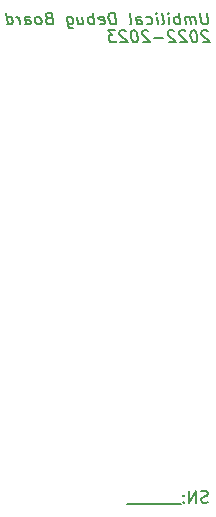
<source format=gbo>
G04 #@! TF.GenerationSoftware,KiCad,Pcbnew,(6.0.7-1)-1*
G04 #@! TF.CreationDate,2023-01-09T18:43:15-05:00*
G04 #@! TF.ProjectId,DebugBoard,44656275-6742-46f6-9172-642e6b696361,rev?*
G04 #@! TF.SameCoordinates,Original*
G04 #@! TF.FileFunction,Legend,Bot*
G04 #@! TF.FilePolarity,Positive*
%FSLAX46Y46*%
G04 Gerber Fmt 4.6, Leading zero omitted, Abs format (unit mm)*
G04 Created by KiCad (PCBNEW (6.0.7-1)-1) date 2023-01-09 18:43:15*
%MOMM*%
%LPD*%
G01*
G04 APERTURE LIST*
%ADD10C,0.150000*%
%ADD11C,2.159000*%
%ADD12O,1.700000X1.700000*%
%ADD13R,1.700000X1.700000*%
%ADD14C,4.400000*%
%ADD15C,1.600000*%
%ADD16O,1.600000X1.600000*%
%ADD17R,1.800000X1.800000*%
%ADD18C,1.800000*%
%ADD19C,0.700000*%
%ADD20O,1.700000X0.900000*%
%ADD21O,2.400000X0.900000*%
G04 APERTURE END LIST*
D10*
X137120672Y-74229980D02*
X137221863Y-75039504D01*
X137186148Y-75134742D01*
X137144482Y-75182361D01*
X137055196Y-75229980D01*
X136864720Y-75229980D01*
X136763529Y-75182361D01*
X136709958Y-75134742D01*
X136650434Y-75039504D01*
X136549244Y-74229980D01*
X136198053Y-75229980D02*
X136114720Y-74563314D01*
X136126625Y-74658552D02*
X136073053Y-74610933D01*
X135971863Y-74563314D01*
X135829005Y-74563314D01*
X135739720Y-74610933D01*
X135704005Y-74706171D01*
X135769482Y-75229980D01*
X135704005Y-74706171D02*
X135644482Y-74610933D01*
X135543291Y-74563314D01*
X135400434Y-74563314D01*
X135311148Y-74610933D01*
X135275434Y-74706171D01*
X135340910Y-75229980D01*
X134864720Y-75229980D02*
X134739720Y-74229980D01*
X134787339Y-74610933D02*
X134686148Y-74563314D01*
X134495672Y-74563314D01*
X134406386Y-74610933D01*
X134364720Y-74658552D01*
X134329005Y-74753790D01*
X134364720Y-75039504D01*
X134424244Y-75134742D01*
X134477815Y-75182361D01*
X134579005Y-75229980D01*
X134769482Y-75229980D01*
X134858767Y-75182361D01*
X133959958Y-75229980D02*
X133876625Y-74563314D01*
X133834958Y-74229980D02*
X133888529Y-74277600D01*
X133846863Y-74325219D01*
X133793291Y-74277600D01*
X133834958Y-74229980D01*
X133846863Y-74325219D01*
X133340910Y-75229980D02*
X133430196Y-75182361D01*
X133465910Y-75087123D01*
X133358767Y-74229980D01*
X132959958Y-75229980D02*
X132876625Y-74563314D01*
X132834958Y-74229980D02*
X132888529Y-74277600D01*
X132846863Y-74325219D01*
X132793291Y-74277600D01*
X132834958Y-74229980D01*
X132846863Y-74325219D01*
X132049244Y-75182361D02*
X132150434Y-75229980D01*
X132340910Y-75229980D01*
X132430196Y-75182361D01*
X132471863Y-75134742D01*
X132507577Y-75039504D01*
X132471863Y-74753790D01*
X132412339Y-74658552D01*
X132358767Y-74610933D01*
X132257577Y-74563314D01*
X132067101Y-74563314D01*
X131977815Y-74610933D01*
X131198053Y-75229980D02*
X131132577Y-74706171D01*
X131168291Y-74610933D01*
X131257577Y-74563314D01*
X131448053Y-74563314D01*
X131549244Y-74610933D01*
X131192101Y-75182361D02*
X131293291Y-75229980D01*
X131531386Y-75229980D01*
X131620672Y-75182361D01*
X131656386Y-75087123D01*
X131644482Y-74991885D01*
X131584958Y-74896647D01*
X131483767Y-74849028D01*
X131245672Y-74849028D01*
X131144482Y-74801409D01*
X130579005Y-75229980D02*
X130668291Y-75182361D01*
X130704005Y-75087123D01*
X130596863Y-74229980D01*
X129436148Y-75229980D02*
X129311148Y-74229980D01*
X129073053Y-74229980D01*
X128936148Y-74277600D01*
X128852815Y-74372838D01*
X128817101Y-74468076D01*
X128793291Y-74658552D01*
X128811148Y-74801409D01*
X128882577Y-74991885D01*
X128942101Y-75087123D01*
X129049244Y-75182361D01*
X129198053Y-75229980D01*
X129436148Y-75229980D01*
X128049244Y-75182361D02*
X128150434Y-75229980D01*
X128340910Y-75229980D01*
X128430196Y-75182361D01*
X128465910Y-75087123D01*
X128418291Y-74706171D01*
X128358767Y-74610933D01*
X128257577Y-74563314D01*
X128067101Y-74563314D01*
X127977815Y-74610933D01*
X127942101Y-74706171D01*
X127954005Y-74801409D01*
X128442101Y-74896647D01*
X127579005Y-75229980D02*
X127454005Y-74229980D01*
X127501625Y-74610933D02*
X127400434Y-74563314D01*
X127209958Y-74563314D01*
X127120672Y-74610933D01*
X127079005Y-74658552D01*
X127043291Y-74753790D01*
X127079005Y-75039504D01*
X127138529Y-75134742D01*
X127192101Y-75182361D01*
X127293291Y-75229980D01*
X127483767Y-75229980D01*
X127573053Y-75182361D01*
X126162339Y-74563314D02*
X126245672Y-75229980D01*
X126590910Y-74563314D02*
X126656386Y-75087123D01*
X126620672Y-75182361D01*
X126531386Y-75229980D01*
X126388529Y-75229980D01*
X126287339Y-75182361D01*
X126233767Y-75134742D01*
X125257577Y-74563314D02*
X125358767Y-75372838D01*
X125418291Y-75468076D01*
X125471863Y-75515695D01*
X125573053Y-75563314D01*
X125715910Y-75563314D01*
X125805196Y-75515695D01*
X125334958Y-75182361D02*
X125436148Y-75229980D01*
X125626625Y-75229980D01*
X125715910Y-75182361D01*
X125757577Y-75134742D01*
X125793291Y-75039504D01*
X125757577Y-74753790D01*
X125698053Y-74658552D01*
X125644482Y-74610933D01*
X125543291Y-74563314D01*
X125352815Y-74563314D01*
X125263529Y-74610933D01*
X123704005Y-74706171D02*
X123567101Y-74753790D01*
X123525434Y-74801409D01*
X123489720Y-74896647D01*
X123507577Y-75039504D01*
X123567101Y-75134742D01*
X123620672Y-75182361D01*
X123721863Y-75229980D01*
X124102815Y-75229980D01*
X123977815Y-74229980D01*
X123644482Y-74229980D01*
X123555196Y-74277600D01*
X123513529Y-74325219D01*
X123477815Y-74420457D01*
X123489720Y-74515695D01*
X123549244Y-74610933D01*
X123602815Y-74658552D01*
X123704005Y-74706171D01*
X124037339Y-74706171D01*
X122959958Y-75229980D02*
X123049244Y-75182361D01*
X123090910Y-75134742D01*
X123126625Y-75039504D01*
X123090910Y-74753790D01*
X123031386Y-74658552D01*
X122977815Y-74610933D01*
X122876625Y-74563314D01*
X122733767Y-74563314D01*
X122644482Y-74610933D01*
X122602815Y-74658552D01*
X122567101Y-74753790D01*
X122602815Y-75039504D01*
X122662339Y-75134742D01*
X122715910Y-75182361D01*
X122817101Y-75229980D01*
X122959958Y-75229980D01*
X121769482Y-75229980D02*
X121704005Y-74706171D01*
X121739720Y-74610933D01*
X121829005Y-74563314D01*
X122019482Y-74563314D01*
X122120672Y-74610933D01*
X121763529Y-75182361D02*
X121864720Y-75229980D01*
X122102815Y-75229980D01*
X122192101Y-75182361D01*
X122227815Y-75087123D01*
X122215910Y-74991885D01*
X122156386Y-74896647D01*
X122055196Y-74849028D01*
X121817101Y-74849028D01*
X121715910Y-74801409D01*
X121293291Y-75229980D02*
X121209958Y-74563314D01*
X121233767Y-74753790D02*
X121174244Y-74658552D01*
X121120672Y-74610933D01*
X121019482Y-74563314D01*
X120924244Y-74563314D01*
X120245672Y-75229980D02*
X120120672Y-74229980D01*
X120239720Y-75182361D02*
X120340910Y-75229980D01*
X120531386Y-75229980D01*
X120620672Y-75182361D01*
X120662339Y-75134742D01*
X120698053Y-75039504D01*
X120662339Y-74753790D01*
X120602815Y-74658552D01*
X120549244Y-74610933D01*
X120448053Y-74563314D01*
X120257577Y-74563314D01*
X120168291Y-74610933D01*
X137214072Y-75823819D02*
X137160501Y-75776200D01*
X137059310Y-75728580D01*
X136821215Y-75728580D01*
X136731929Y-75776200D01*
X136690263Y-75823819D01*
X136654548Y-75919057D01*
X136666453Y-76014295D01*
X136731929Y-76157152D01*
X137374786Y-76728580D01*
X136755739Y-76728580D01*
X136011691Y-75728580D02*
X135916453Y-75728580D01*
X135827167Y-75776200D01*
X135785501Y-75823819D01*
X135749786Y-75919057D01*
X135725977Y-76109533D01*
X135755739Y-76347628D01*
X135827167Y-76538104D01*
X135886691Y-76633342D01*
X135940263Y-76680961D01*
X136041453Y-76728580D01*
X136136691Y-76728580D01*
X136225977Y-76680961D01*
X136267644Y-76633342D01*
X136303358Y-76538104D01*
X136327167Y-76347628D01*
X136297405Y-76109533D01*
X136225977Y-75919057D01*
X136166453Y-75823819D01*
X136112882Y-75776200D01*
X136011691Y-75728580D01*
X135309310Y-75823819D02*
X135255739Y-75776200D01*
X135154548Y-75728580D01*
X134916453Y-75728580D01*
X134827167Y-75776200D01*
X134785501Y-75823819D01*
X134749786Y-75919057D01*
X134761691Y-76014295D01*
X134827167Y-76157152D01*
X135470025Y-76728580D01*
X134850977Y-76728580D01*
X134356929Y-75823819D02*
X134303358Y-75776200D01*
X134202167Y-75728580D01*
X133964072Y-75728580D01*
X133874786Y-75776200D01*
X133833120Y-75823819D01*
X133797405Y-75919057D01*
X133809310Y-76014295D01*
X133874786Y-76157152D01*
X134517644Y-76728580D01*
X133898596Y-76728580D01*
X133422405Y-76347628D02*
X132660501Y-76347628D01*
X132166453Y-75823819D02*
X132112882Y-75776200D01*
X132011691Y-75728580D01*
X131773596Y-75728580D01*
X131684310Y-75776200D01*
X131642644Y-75823819D01*
X131606929Y-75919057D01*
X131618834Y-76014295D01*
X131684310Y-76157152D01*
X132327167Y-76728580D01*
X131708120Y-76728580D01*
X130964072Y-75728580D02*
X130868834Y-75728580D01*
X130779548Y-75776200D01*
X130737882Y-75823819D01*
X130702167Y-75919057D01*
X130678358Y-76109533D01*
X130708120Y-76347628D01*
X130779548Y-76538104D01*
X130839072Y-76633342D01*
X130892644Y-76680961D01*
X130993834Y-76728580D01*
X131089072Y-76728580D01*
X131178358Y-76680961D01*
X131220025Y-76633342D01*
X131255739Y-76538104D01*
X131279548Y-76347628D01*
X131249786Y-76109533D01*
X131178358Y-75919057D01*
X131118834Y-75823819D01*
X131065263Y-75776200D01*
X130964072Y-75728580D01*
X130261691Y-75823819D02*
X130208120Y-75776200D01*
X130106929Y-75728580D01*
X129868834Y-75728580D01*
X129779548Y-75776200D01*
X129737882Y-75823819D01*
X129702167Y-75919057D01*
X129714072Y-76014295D01*
X129779548Y-76157152D01*
X130422405Y-76728580D01*
X129803358Y-76728580D01*
X129345025Y-75728580D02*
X128725977Y-75728580D01*
X129106929Y-76109533D01*
X128964072Y-76109533D01*
X128874786Y-76157152D01*
X128833120Y-76204771D01*
X128797405Y-76300009D01*
X128827167Y-76538104D01*
X128886691Y-76633342D01*
X128940263Y-76680961D01*
X129041453Y-76728580D01*
X129327167Y-76728580D01*
X129416453Y-76680961D01*
X129458120Y-76633342D01*
X137216733Y-115669961D02*
X137073876Y-115717580D01*
X136835780Y-115717580D01*
X136740542Y-115669961D01*
X136692923Y-115622342D01*
X136645304Y-115527104D01*
X136645304Y-115431866D01*
X136692923Y-115336628D01*
X136740542Y-115289009D01*
X136835780Y-115241390D01*
X137026257Y-115193771D01*
X137121495Y-115146152D01*
X137169114Y-115098533D01*
X137216733Y-115003295D01*
X137216733Y-114908057D01*
X137169114Y-114812819D01*
X137121495Y-114765200D01*
X137026257Y-114717580D01*
X136788161Y-114717580D01*
X136645304Y-114765200D01*
X136216733Y-115717580D02*
X136216733Y-114717580D01*
X135645304Y-115717580D01*
X135645304Y-114717580D01*
X135169114Y-115622342D02*
X135121495Y-115669961D01*
X135169114Y-115717580D01*
X135216733Y-115669961D01*
X135169114Y-115622342D01*
X135169114Y-115717580D01*
X135169114Y-115098533D02*
X135121495Y-115146152D01*
X135169114Y-115193771D01*
X135216733Y-115146152D01*
X135169114Y-115098533D01*
X135169114Y-115193771D01*
X134931019Y-115812819D02*
X134169114Y-115812819D01*
X134169114Y-115812819D02*
X133407209Y-115812819D01*
X133407209Y-115812819D02*
X132645304Y-115812819D01*
X132645304Y-115812819D02*
X131883400Y-115812819D01*
X131883400Y-115812819D02*
X131121495Y-115812819D01*
X131121495Y-115812819D02*
X130359590Y-115812819D01*
%LPC*%
D11*
X124130001Y-107982250D03*
X119380000Y-107982250D03*
X114630000Y-107982250D03*
D12*
X132683400Y-87670400D03*
X132683400Y-85130400D03*
D13*
X132683400Y-82590400D03*
D14*
X100330000Y-76200000D03*
D13*
X132760000Y-95915000D03*
D12*
X132760000Y-93375000D03*
D15*
X107950000Y-85090000D03*
D16*
X107950000Y-92710000D03*
D17*
X101600000Y-82550000D03*
D18*
X101600000Y-80010000D03*
D13*
X104710000Y-109220000D03*
D12*
X102170000Y-109220000D03*
X104710000Y-106680000D03*
X102170000Y-106680000D03*
X104710000Y-104140000D03*
X102170000Y-104140000D03*
X104710000Y-101600000D03*
X102170000Y-101600000D03*
X104710000Y-99060000D03*
X102170000Y-99060000D03*
X104710000Y-96520000D03*
X102170000Y-96520000D03*
D19*
X133770000Y-108385000D03*
X133770000Y-107535000D03*
X133770000Y-106685000D03*
X133770000Y-105835000D03*
X133770000Y-104985000D03*
X133770000Y-104135000D03*
X133770000Y-103285000D03*
X133770000Y-102435000D03*
X135120000Y-102435000D03*
X135120000Y-103285000D03*
X135120000Y-104135000D03*
X135120000Y-104985000D03*
X135120000Y-105835000D03*
X135120000Y-106685000D03*
X135120000Y-107535000D03*
X135120000Y-108385000D03*
D20*
X138130000Y-109735000D03*
D21*
X134750000Y-101085000D03*
X134750000Y-109735000D03*
D20*
X138130000Y-101085000D03*
D14*
X100330000Y-114300000D03*
X140335000Y-76200000D03*
X140335000Y-114300000D03*
D15*
X114300000Y-85090000D03*
D16*
X114300000Y-92710000D03*
D15*
X101600000Y-85090000D03*
D16*
X101600000Y-92710000D03*
D17*
X107950000Y-82550000D03*
D18*
X107950000Y-80010000D03*
D17*
X114300000Y-82550000D03*
D18*
X114300000Y-80010000D03*
M02*

</source>
